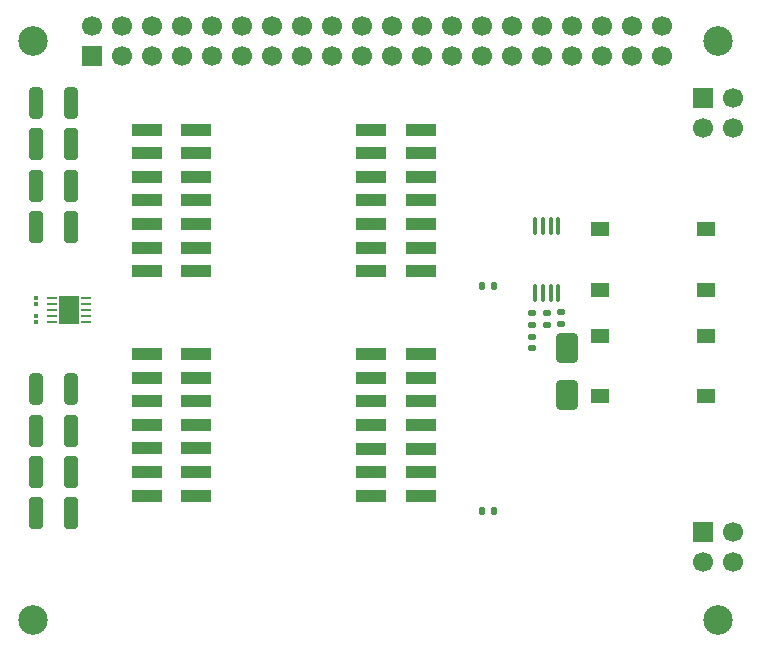
<source format=gbr>
%TF.GenerationSoftware,KiCad,Pcbnew,9.0.5*%
%TF.CreationDate,2025-10-24T16:15:46+02:00*%
%TF.ProjectId,poe4pi,706f6534-7069-42e6-9b69-6361645f7063,rev?*%
%TF.SameCoordinates,Original*%
%TF.FileFunction,Soldermask,Top*%
%TF.FilePolarity,Negative*%
%FSLAX46Y46*%
G04 Gerber Fmt 4.6, Leading zero omitted, Abs format (unit mm)*
G04 Created by KiCad (PCBNEW 9.0.5) date 2025-10-24 16:15:46*
%MOMM*%
%LPD*%
G01*
G04 APERTURE LIST*
G04 Aperture macros list*
%AMRoundRect*
0 Rectangle with rounded corners*
0 $1 Rounding radius*
0 $2 $3 $4 $5 $6 $7 $8 $9 X,Y pos of 4 corners*
0 Add a 4 corners polygon primitive as box body*
4,1,4,$2,$3,$4,$5,$6,$7,$8,$9,$2,$3,0*
0 Add four circle primitives for the rounded corners*
1,1,$1+$1,$2,$3*
1,1,$1+$1,$4,$5*
1,1,$1+$1,$6,$7*
1,1,$1+$1,$8,$9*
0 Add four rect primitives between the rounded corners*
20,1,$1+$1,$2,$3,$4,$5,0*
20,1,$1+$1,$4,$5,$6,$7,0*
20,1,$1+$1,$6,$7,$8,$9,0*
20,1,$1+$1,$8,$9,$2,$3,0*%
G04 Aperture macros list end*
%ADD10C,2.500000*%
%ADD11RoundRect,0.075000X0.075000X-0.125000X0.075000X0.125000X-0.075000X0.125000X-0.075000X-0.125000X0*%
%ADD12RoundRect,0.075000X-0.075000X0.125000X-0.075000X-0.125000X0.075000X-0.125000X0.075000X0.125000X0*%
%ADD13R,0.812800X0.254000*%
%ADD14R,1.752600X2.489200*%
%ADD15R,2.580000X1.000000*%
%ADD16RoundRect,0.250000X0.312500X1.075000X-0.312500X1.075000X-0.312500X-1.075000X0.312500X-1.075000X0*%
%ADD17RoundRect,0.135000X0.135000X0.185000X-0.135000X0.185000X-0.135000X-0.185000X0.135000X-0.185000X0*%
%ADD18RoundRect,0.140000X0.170000X-0.140000X0.170000X0.140000X-0.170000X0.140000X-0.170000X-0.140000X0*%
%ADD19R,1.500000X1.300000*%
%ADD20RoundRect,0.135000X-0.185000X0.135000X-0.185000X-0.135000X0.185000X-0.135000X0.185000X0.135000X0*%
%ADD21RoundRect,0.250000X-0.325000X-1.100000X0.325000X-1.100000X0.325000X1.100000X-0.325000X1.100000X0*%
%ADD22R,1.700000X1.700000*%
%ADD23C,1.700000*%
%ADD24RoundRect,0.250000X-0.650000X1.000000X-0.650000X-1.000000X0.650000X-1.000000X0.650000X1.000000X0*%
%ADD25RoundRect,0.100000X0.100000X-0.637500X0.100000X0.637500X-0.100000X0.637500X-0.100000X-0.637500X0*%
G04 APERTURE END LIST*
D10*
%TO.C,H1*%
X31500000Y-36500000D03*
%TD*%
%TO.C,H2*%
X31500000Y-85500000D03*
%TD*%
%TO.C,H3*%
X89500000Y-36500000D03*
%TD*%
%TO.C,H4*%
X89500000Y-85500000D03*
%TD*%
D11*
%TO.C,R2*%
X31750000Y-60250000D03*
X31750000Y-59750000D03*
%TD*%
D12*
%TO.C,R3*%
X31750000Y-58250000D03*
X31750000Y-58750000D03*
%TD*%
D13*
%TO.C,U1*%
X36000000Y-60250000D03*
X36000000Y-59749998D03*
X36000000Y-59249999D03*
X36000000Y-58750000D03*
X36000000Y-58249998D03*
X33104400Y-58249998D03*
X33104400Y-58750000D03*
X33104400Y-59249999D03*
X33104400Y-59749998D03*
X33104400Y-60250000D03*
D14*
X34552200Y-59249999D03*
%TD*%
D15*
%TO.C,LSI-U1*%
X64337024Y-73001469D03*
X64337024Y-71001469D03*
X64337024Y-69001469D03*
X64337024Y-67001469D03*
X64337024Y-65001469D03*
X64337024Y-63001469D03*
X60167024Y-73001469D03*
X60167024Y-71001469D03*
X60167024Y-69001469D03*
X60167024Y-67001469D03*
X60167024Y-65001469D03*
X60167024Y-63001469D03*
X45345015Y-72994762D03*
X45345015Y-70994762D03*
X45345015Y-68994762D03*
X45345015Y-66994762D03*
X45345015Y-64994762D03*
X45345015Y-62994762D03*
X41175015Y-72994762D03*
X41175015Y-70994762D03*
X41175015Y-68994762D03*
X41175015Y-66994762D03*
X41175015Y-64994762D03*
X41175015Y-62994762D03*
X64337024Y-75001469D03*
X60167024Y-75001469D03*
X45345015Y-74994762D03*
X41175015Y-74994762D03*
%TD*%
D16*
%TO.C,R5*%
X34712500Y-66000000D03*
X31787500Y-66000000D03*
%TD*%
D17*
%TO.C,R1*%
X70510000Y-57250000D03*
X69490000Y-57250000D03*
%TD*%
D18*
%TO.C,C15*%
X73750000Y-62480000D03*
X73750000Y-61520000D03*
%TD*%
D19*
%TO.C,D2*%
X79550000Y-52450000D03*
X79550000Y-57550000D03*
X88450000Y-57550000D03*
X88450000Y-52450000D03*
%TD*%
D17*
%TO.C,R12*%
X70510000Y-76250000D03*
X69490000Y-76250000D03*
%TD*%
D20*
%TO.C,R22*%
X76250000Y-59480000D03*
X76250000Y-60500000D03*
%TD*%
D21*
%TO.C,C2*%
X31775000Y-48750000D03*
X34725000Y-48750000D03*
%TD*%
D16*
%TO.C,R4*%
X34712500Y-41750000D03*
X31787500Y-41750000D03*
%TD*%
D15*
%TO.C,LSI-U2*%
X64337024Y-54001469D03*
X64337024Y-52001469D03*
X64337024Y-50001469D03*
X64337024Y-48001469D03*
X64337024Y-46001469D03*
X64337024Y-44001469D03*
X60167024Y-54001469D03*
X60167024Y-52001469D03*
X60167024Y-50001469D03*
X60167024Y-48001469D03*
X60167024Y-46001469D03*
X60167024Y-44001469D03*
X45345015Y-53994762D03*
X45345015Y-51994762D03*
X45345015Y-49994762D03*
X45345015Y-47994762D03*
X45345015Y-45994762D03*
X45345015Y-43994762D03*
X41175015Y-53994762D03*
X41175015Y-51994762D03*
X41175015Y-49994762D03*
X41175015Y-47994762D03*
X41175015Y-45994762D03*
X41175015Y-43994762D03*
X64337024Y-56001469D03*
X60167024Y-56001469D03*
X45345015Y-55994762D03*
X41175015Y-55994762D03*
%TD*%
D21*
%TO.C,C6*%
X31775000Y-76500000D03*
X34725000Y-76500000D03*
%TD*%
D19*
%TO.C,D1*%
X79550000Y-61450000D03*
X79550000Y-66550000D03*
X88450000Y-66550000D03*
X88450000Y-61450000D03*
%TD*%
D22*
%TO.C,J2*%
X88250000Y-78060000D03*
D23*
X88250000Y-80600000D03*
X90790000Y-78060000D03*
X90790000Y-80600000D03*
%TD*%
D20*
%TO.C,R23*%
X73750000Y-59490000D03*
X73750000Y-60510000D03*
%TD*%
%TO.C,R24*%
X75000000Y-59490000D03*
X75000000Y-60510000D03*
%TD*%
D21*
%TO.C,C4*%
X31775000Y-69500000D03*
X34725000Y-69500000D03*
%TD*%
%TO.C,C3*%
X31775000Y-52250000D03*
X34725000Y-52250000D03*
%TD*%
D24*
%TO.C,D4*%
X76750000Y-62500000D03*
X76750000Y-66500000D03*
%TD*%
D21*
%TO.C,C1*%
X31775000Y-45250000D03*
X34725000Y-45250000D03*
%TD*%
%TO.C,C5*%
X31775000Y-73000000D03*
X34725000Y-73000000D03*
%TD*%
D25*
%TO.C,U3*%
X74025000Y-57862500D03*
X74675000Y-57862500D03*
X75325000Y-57862500D03*
X75975000Y-57862500D03*
X75975000Y-52137500D03*
X75325000Y-52137500D03*
X74675000Y-52137500D03*
X74025000Y-52137500D03*
%TD*%
D22*
%TO.C,J1*%
X88250000Y-41360000D03*
D23*
X88250000Y-43900000D03*
X90790000Y-41360000D03*
X90790000Y-43900000D03*
%TD*%
%TO.C,J3*%
X84760000Y-35210000D03*
X84760000Y-37750000D03*
X82220000Y-35210000D03*
X82220000Y-37750000D03*
X79680000Y-35210000D03*
X79680000Y-37750000D03*
X77140000Y-35210000D03*
X77140000Y-37750000D03*
X74600000Y-35210000D03*
X74600000Y-37750000D03*
X72060000Y-35210000D03*
X72060000Y-37750000D03*
X69520000Y-35210000D03*
X69520000Y-37750000D03*
X66980000Y-35210000D03*
X66980000Y-37750000D03*
X64440000Y-35210000D03*
X64440000Y-37750000D03*
X61900000Y-35210000D03*
X61900000Y-37750000D03*
X59360000Y-35210000D03*
X59360000Y-37750000D03*
X56820000Y-35210000D03*
X56820000Y-37750000D03*
X54280000Y-35210000D03*
X54280000Y-37750000D03*
X51740000Y-35210000D03*
X51740000Y-37750000D03*
X49200000Y-35210000D03*
X49200000Y-37750000D03*
X46660000Y-35210000D03*
X46660000Y-37750000D03*
X44120000Y-35210000D03*
X44120000Y-37750000D03*
X41580000Y-35210000D03*
X41580000Y-37750000D03*
X39040000Y-35210000D03*
X39040000Y-37750000D03*
X36500000Y-35210000D03*
D22*
X36500000Y-37750000D03*
%TD*%
M02*

</source>
